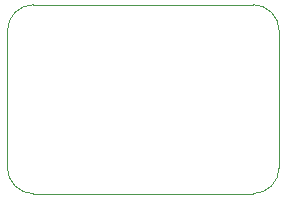
<source format=gm1>
%TF.GenerationSoftware,KiCad,Pcbnew,7.0.7*%
%TF.CreationDate,2023-09-18T16:38:50-04:00*%
%TF.ProjectId,Encoder Mount,456e636f-6465-4722-904d-6f756e742e6b,rev?*%
%TF.SameCoordinates,Original*%
%TF.FileFunction,Profile,NP*%
%FSLAX46Y46*%
G04 Gerber Fmt 4.6, Leading zero omitted, Abs format (unit mm)*
G04 Created by KiCad (PCBNEW 7.0.7) date 2023-09-18 16:38:50*
%MOMM*%
%LPD*%
G01*
G04 APERTURE LIST*
%TA.AperFunction,Profile*%
%ADD10C,0.100000*%
%TD*%
G04 APERTURE END LIST*
D10*
X88250000Y-105800000D02*
G75*
G03*
X90450000Y-108000000I2200000J0D01*
G01*
X109050000Y-108000000D02*
G75*
G03*
X111250000Y-105800000I0J2200000D01*
G01*
X111250000Y-94200000D02*
G75*
G03*
X109050000Y-92000000I-2200000J0D01*
G01*
X111250000Y-94200000D02*
X111250000Y-105800000D01*
X88250000Y-105800000D02*
X88250000Y-94200000D01*
X90450000Y-92000000D02*
G75*
G03*
X88250000Y-94200000I0J-2200000D01*
G01*
X109050000Y-108000000D02*
X90450000Y-108000000D01*
X90450000Y-92000000D02*
X109050000Y-92000000D01*
M02*

</source>
